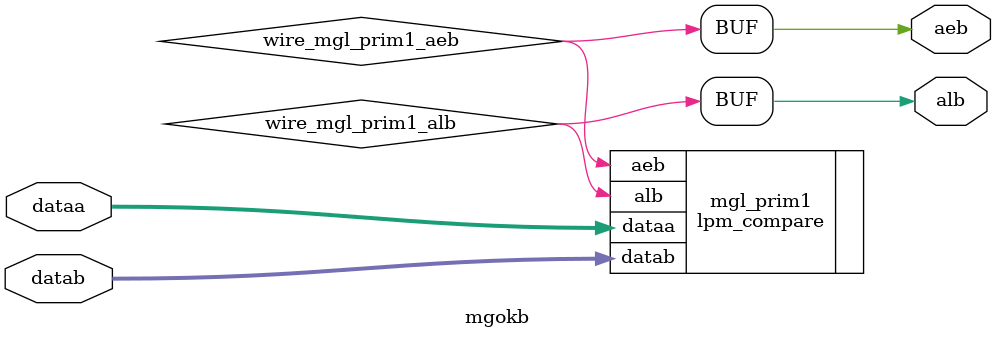
<source format=v>






//synthesis_resources = lpm_compare 1 
//synopsys translate_off
`timescale 1 ps / 1 ps
//synopsys translate_on
module  mgokb
	( 
	aeb,
	alb,
	dataa,
	datab) /* synthesis synthesis_clearbox=1 */;
	output   aeb;
	output   alb;
	input   [7:0]  dataa;
	input   [7:0]  datab;

	wire  wire_mgl_prim1_aeb;
	wire  wire_mgl_prim1_alb;

	lpm_compare   mgl_prim1
	( 
	.aeb(wire_mgl_prim1_aeb),
	.alb(wire_mgl_prim1_alb),
	.dataa(dataa),
	.datab(datab));
	defparam
		mgl_prim1.lpm_representation = "UNSIGNED",
		mgl_prim1.lpm_type = "LPM_COMPARE",
		mgl_prim1.lpm_width = 8;
	assign
		aeb = wire_mgl_prim1_aeb,
		alb = wire_mgl_prim1_alb;
endmodule //mgokb
//VALID FILE

</source>
